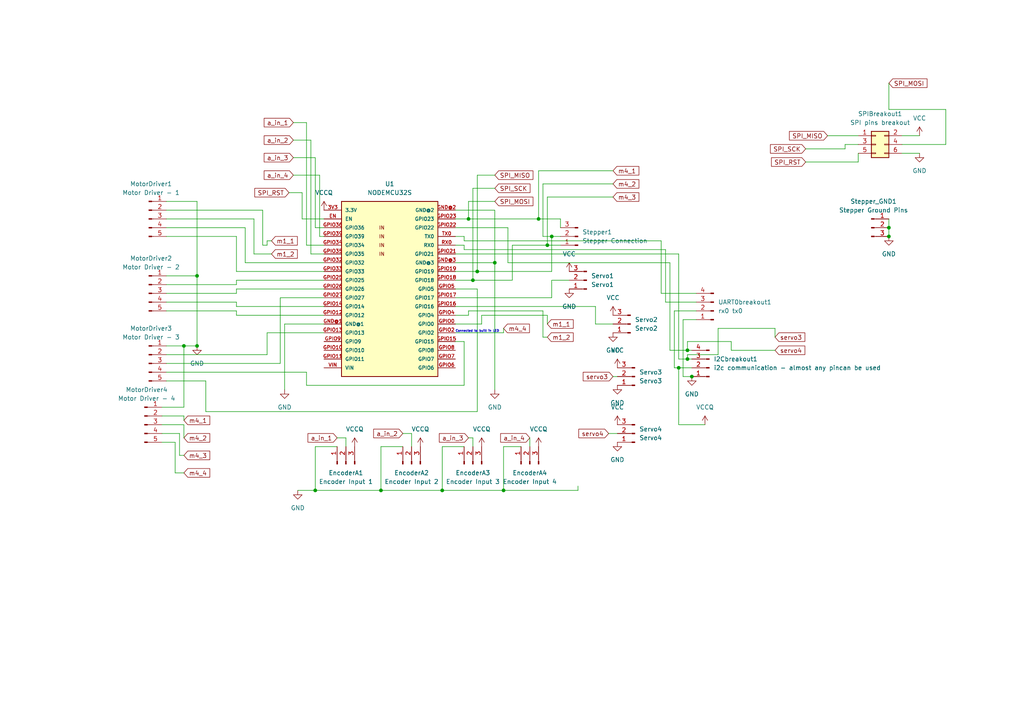
<source format=kicad_sch>
(kicad_sch (version 20230121) (generator eeschema)
  (paper "A4")
  (lib_symbols
    (symbol "Connector:Conn_01x03_Pin" (pin_names (offset 1.016) hide)
      (property "Reference" "J" (at 0 5.08 0))
      (property "Value" "Conn_01x03_Pin" (at 0 -5.08 0))
      (symbol "Conn_01x03_Pin_1_1"
        (polyline (pts (xy 1.27 -2.54) (xy 0.8636 -2.54)) (stroke (width 0.1524)))
        (polyline (pts (xy 1.27 0) (xy 0.8636 0)) (stroke (width 0.1524)))
        (polyline (pts (xy 1.27 2.54) (xy 0.8636 2.54)) (stroke (width 0.1524)))
        (rectangle (start 0.8636 -2.413) (end 0 -2.667) (stroke (width 0.1524)) (fill (type outline)))
        (rectangle (start 0.8636 0.127) (end 0 -0.127) (stroke (width 0.1524)) (fill (type outline)))
        (rectangle (start 0.8636 2.667) (end 0 2.413) (stroke (width 0.1524)) (fill (type outline)))
        (pin passive line (at 5.08 2.54 180) (length 3.81) (name "Pin_1") (number "1"))
        (pin passive line (at 5.08 0 180) (length 3.81) (name "Pin_2") (number "2"))
        (pin passive line (at 5.08 -2.54 180) (length 3.81) (name "Pin_3") (number "3"))
      )
    )
    (symbol "Connector:Conn_01x04_Pin" (pin_names (offset 1.016) hide)
      (property "Reference" "J" (at 0 5.08 0))
      (property "Value" "Conn_01x04_Pin" (at 0 -7.62 0))
      (symbol "Conn_01x04_Pin_1_1"
        (polyline (pts (xy 1.27 -5.08) (xy 0.8636 -5.08)) (stroke (width 0.1524)))
        (polyline (pts (xy 1.27 -2.54) (xy 0.8636 -2.54)) (stroke (width 0.1524)))
        (polyline (pts (xy 1.27 0) (xy 0.8636 0)) (stroke (width 0.1524)))
        (polyline (pts (xy 1.27 2.54) (xy 0.8636 2.54)) (stroke (width 0.1524)))
        (rectangle (start 0.8636 -4.953) (end 0 -5.207) (stroke (width 0.1524)) (fill (type outline)))
        (rectangle (start 0.8636 -2.413) (end 0 -2.667) (stroke (width 0.1524)) (fill (type outline)))
        (rectangle (start 0.8636 0.127) (end 0 -0.127) (stroke (width 0.1524)) (fill (type outline)))
        (rectangle (start 0.8636 2.667) (end 0 2.413) (stroke (width 0.1524)) (fill (type outline)))
        (pin passive line (at 5.08 2.54 180) (length 3.81) (name "Pin_1") (number "1"))
        (pin passive line (at 5.08 0 180) (length 3.81) (name "Pin_2") (number "2"))
        (pin passive line (at 5.08 -2.54 180) (length 3.81) (name "Pin_3") (number "3"))
        (pin passive line (at 5.08 -5.08 180) (length 3.81) (name "Pin_4") (number "4"))
      )
    )
    (symbol "Connector:Conn_01x05_Pin" (pin_names (offset 1.016) hide)
      (property "Reference" "J" (at 0 7.62 0))
      (property "Value" "Conn_01x05_Pin" (at 0 -7.62 0))
      (symbol "Conn_01x05_Pin_1_1"
        (polyline (pts (xy 1.27 -5.08) (xy 0.8636 -5.08)) (stroke (width 0.1524)))
        (polyline (pts (xy 1.27 -2.54) (xy 0.8636 -2.54)) (stroke (width 0.1524)))
        (polyline (pts (xy 1.27 0) (xy 0.8636 0)) (stroke (width 0.1524)))
        (polyline (pts (xy 1.27 2.54) (xy 0.8636 2.54)) (stroke (width 0.1524)))
        (polyline (pts (xy 1.27 5.08) (xy 0.8636 5.08)) (stroke (width 0.1524)))
        (rectangle (start 0.8636 -4.953) (end 0 -5.207) (stroke (width 0.1524)) (fill (type outline)))
        (rectangle (start 0.8636 -2.413) (end 0 -2.667) (stroke (width 0.1524)) (fill (type outline)))
        (rectangle (start 0.8636 0.127) (end 0 -0.127) (stroke (width 0.1524)) (fill (type outline)))
        (rectangle (start 0.8636 2.667) (end 0 2.413) (stroke (width 0.1524)) (fill (type outline)))
        (rectangle (start 0.8636 5.207) (end 0 4.953) (stroke (width 0.1524)) (fill (type outline)))
        (pin passive line (at 5.08 5.08 180) (length 3.81) (name "Pin_1") (number "1"))
        (pin passive line (at 5.08 2.54 180) (length 3.81) (name "Pin_2") (number "2"))
        (pin passive line (at 5.08 0 180) (length 3.81) (name "Pin_3") (number "3"))
        (pin passive line (at 5.08 -2.54 180) (length 3.81) (name "Pin_4") (number "4"))
        (pin passive line (at 5.08 -5.08 180) (length 3.81) (name "Pin_5") (number "5"))
      )
    )
    (symbol "Connector_Generic:Conn_02x03_Odd_Even" (pin_names (offset 1.016) hide)
      (property "Reference" "J" (at 1.27 5.08 0))
      (property "Value" "Conn_02x03_Odd_Even" (at 1.27 -5.08 0))
      (symbol "Conn_02x03_Odd_Even_1_1"
        (rectangle (start -1.27 -2.413) (end 0 -2.667) (stroke (width 0.1524)))
        (rectangle (start -1.27 0.127) (end 0 -0.127) (stroke (width 0.1524)))
        (rectangle (start -1.27 2.667) (end 0 2.413) (stroke (width 0.1524)))
        (rectangle (start -1.27 3.81) (end 3.81 -3.81) (stroke (width 0.254)) (fill (type background)))
        (rectangle (start 3.81 -2.413) (end 2.54 -2.667) (stroke (width 0.1524)))
        (rectangle (start 3.81 0.127) (end 2.54 -0.127) (stroke (width 0.1524)))
        (rectangle (start 3.81 2.667) (end 2.54 2.413) (stroke (width 0.1524)))
        (pin passive line (at -5.08 2.54 0) (length 3.81) (name "Pin_1") (number "1"))
        (pin passive line (at 7.62 2.54 180) (length 3.81) (name "Pin_2") (number "2"))
        (pin passive line (at -5.08 0 0) (length 3.81) (name "Pin_3") (number "3"))
        (pin passive line (at 7.62 0 180) (length 3.81) (name "Pin_4") (number "4"))
        (pin passive line (at -5.08 -2.54 0) (length 3.81) (name "Pin_5") (number "5"))
        (pin passive line (at 7.62 -2.54 180) (length 3.81) (name "Pin_6") (number "6"))
      )
    )
    (symbol "NODEMCU32S:NODEMCU32S" (pin_names (offset 1.016))
      (property "Reference" "U" (at -12.7 22.86 0))
      (property "Value" "NODEMCU32S" (at -12.7 -30.48 0))
      (symbol "NODEMCU32S_0_0"
        (rectangle (start -12.7 -27.94) (end 15.24 22.86) (stroke (width 0.254)) (fill (type background)))
        (text "IN" (at -1.905 7.62 0) (effects (font (size 1.016 1.016)) (justify left)))
        (text "IN" (at -1.905 10.16 0) (effects (font (size 1.016 1.016)) (justify left)))
        (text "IN" (at -1.905 12.7 0) (effects (font (size 1.016 1.016)) (justify left)))
        (text "IN" (at -1.905 15.24 0) (effects (font (size 1.016 1.016)) (justify left)))
        (pin bidirectional line (at -17.78 20.32 0) (length 5.08) (name "3.3V") (number "3V3"))
        (pin bidirectional line (at -17.78 17.78 0) (length 5.08) (name "EN") (number "EN"))
        (pin bidirectional line (at -17.78 -12.7 0) (length 5.08) (name "GND@1") (number "GND@1"))
        (pin bidirectional line (at 20.32 20.32 180) (length 5.08) (name "GND@2") (number "GND@2"))
        (pin bidirectional line (at 20.32 5.08 180) (length 5.08) (name "GND@3") (number "GND@3"))
        (pin bidirectional line (at 20.32 -12.7 180) (length 5.08) (name "GPIO0") (number "GPIO0"))
        (pin bidirectional line (at -17.78 -20.32 0) (length 5.08) (name "GPIO10") (number "GPIO10"))
        (pin bidirectional line (at -17.78 -22.86 0) (length 5.08) (name "GPIO11") (number "GPIO11"))
        (pin bidirectional line (at -17.78 -10.16 0) (length 5.08) (name "GPIO12") (number "GPIO12"))
        (pin bidirectional line (at -17.78 -15.24 0) (length 5.08) (name "GPIO13") (number "GPIO13"))
        (pin bidirectional line (at -17.78 -7.62 0) (length 5.08) (name "GPIO14") (number "GPIO14"))
        (pin bidirectional line (at 20.32 -17.78 180) (length 5.08) (name "GPIO15") (number "GPIO15"))
        (pin bidirectional line (at 20.32 -7.62 180) (length 5.08) (name "GPIO16") (number "GPIO16"))
        (pin bidirectional line (at 20.32 -5.08 180) (length 5.08) (name "GPIO17") (number "GPIO17"))
        (pin bidirectional line (at 20.32 0 180) (length 5.08) (name "GPIO18") (number "GPIO18"))
        (pin bidirectional line (at 20.32 2.54 180) (length 5.08) (name "GPIO19") (number "GPIO19"))
        (pin bidirectional line (at 20.32 -15.24 180) (length 5.08) (name "GPIO2") (number "GPIO2"))
        (pin bidirectional line (at 20.32 7.62 180) (length 5.08) (name "GPIO21") (number "GPIO21"))
        (pin bidirectional line (at 20.32 15.24 180) (length 5.08) (name "GPIO22") (number "GPIO22"))
        (pin bidirectional line (at 20.32 17.78 180) (length 5.08) (name "GPIO23") (number "GPIO23"))
        (pin bidirectional line (at -17.78 0 0) (length 5.08) (name "GPIO25") (number "GPIO25"))
        (pin bidirectional line (at -17.78 -2.54 0) (length 5.08) (name "GPIO26") (number "GPIO26"))
        (pin bidirectional line (at -17.78 -5.08 0) (length 5.08) (name "GPIO27") (number "GPIO27"))
        (pin bidirectional line (at -17.78 5.08 0) (length 5.08) (name "GPIO32") (number "GPIO32"))
        (pin bidirectional line (at -17.78 2.54 0) (length 5.08) (name "GPIO33") (number "GPIO33"))
        (pin input line (at -17.78 10.16 0) (length 5.08) (name "GPIO34") (number "GPIO34"))
        (pin input line (at -17.78 7.62 0) (length 5.08) (name "GPIO35") (number "GPIO35"))
        (pin input line (at -17.78 15.24 0) (length 5.08) (name "GPIO36") (number "GPIO36"))
        (pin input line (at -17.78 12.7 0) (length 5.08) (name "GPIO39") (number "GPIO39"))
        (pin bidirectional line (at 20.32 -10.16 180) (length 5.08) (name "GPIO4") (number "GPIO4"))
        (pin bidirectional line (at 20.32 -2.54 180) (length 5.08) (name "GPIO5") (number "GPIO5"))
        (pin bidirectional line (at 20.32 -25.4 180) (length 5.08) (name "GPIO6") (number "GPIO6"))
        (pin bidirectional line (at 20.32 -22.86 180) (length 5.08) (name "GPIO7") (number "GPIO7"))
        (pin bidirectional line (at 20.32 -20.32 180) (length 5.08) (name "GPIO8") (number "GPIO8"))
        (pin bidirectional line (at -17.78 -17.78 0) (length 5.08) (name "GPIO9") (number "GPIO9"))
        (pin bidirectional line (at 20.32 10.16 180) (length 5.08) (name "RX0") (number "RX0"))
        (pin bidirectional line (at 20.32 12.7 180) (length 5.08) (name "TX0") (number "TX0"))
        (pin bidirectional line (at -17.78 -25.4 0) (length 5.08) (name "VIN") (number "VIN"))
      )
    )
    (symbol "power:GND" (power) (pin_names (offset 0))
      (property "Value" "GND" (at 0 -3.81 0))
      (symbol "GND_0_1"
        (polyline (pts (xy 0 0) (xy 0 -1.27) (xy 1.27 -1.27) (xy 0 -2.54) (xy -1.27 -1.27) (xy 0 -1.27)))
      )
      (symbol "GND_1_1"
        (pin power_in line (at 0 0 270) (length 0) hide (name "GND") (number "1"))
      )
    )
    (symbol "power:VCC" (power) (pin_names (offset 0))
      (property "Value" "VCC" (at 0 3.81 0))
      (symbol "VCC_0_1"
        (polyline (pts (xy -0.762 1.27) (xy 0 2.54)))
        (polyline (pts (xy 0 0) (xy 0 2.54)))
        (polyline (pts (xy 0 2.54) (xy 0.762 1.27)))
      )
      (symbol "VCC_1_1"
        (pin power_in line (at 0 0 90) (length 0) hide (name "VCC") (number "1"))
      )
    )
    (symbol "power:VCCQ" (power) (pin_names (offset 0))
      (property "Value" "VCCQ" (at 0 3.81 0))
      (symbol "VCCQ_0_1"
        (polyline (pts (xy -0.762 1.27) (xy 0 2.54)))
        (polyline (pts (xy 0 0) (xy 0 2.54)))
        (polyline (pts (xy 0 2.54) (xy 0.762 1.27)))
      )
      (symbol "VCCQ_1_1"
        (pin power_in line (at 0 0 90) (length 0) hide (name "VCCQ") (number "1"))
      )
    )
  )
  (junction (at 196.85 106.68))
  (junction (at 200.66 109.22))
  (junction (at 158.75 71.12))
  (junction (at 53.34 100.33))
  (junction (at 257.81 66.04))
  (junction (at 91.44 142.24))
  (junction (at 257.81 68.58))
  (junction (at 143.51 76.2))
  (junction (at 137.16 81.28))
  (junction (at 156.21 63.5))
  (junction (at 57.15 100.33))
  (junction (at 160.02 68.58))
  (junction (at 138.43 78.74))
  (junction (at 146.05 142.24))
  (junction (at 199.39 101.6))
  (junction (at 110.49 142.24))
  (junction (at 135.89 63.5))
  (junction (at 128.27 142.24))
  (junction (at 57.15 80.01))
  (junction (at 199.39 104.14))
  (wire (pts (xy 261.62 39.37) (xy 266.7 39.37)))
  (wire (pts (xy 59.69 119.38) (xy 59.69 110.49)))
  (wire (pts (xy 90.17 73.66) (xy 93.98 73.66)))
  (wire (pts (xy 50.8 137.16) (xy 53.34 137.16)))
  (wire (pts (xy 85.09 45.72) (xy 91.44 45.72)))
  (wire (pts (xy 116.84 129.54) (xy 110.49 129.54)))
  (wire (pts (xy 48.26 58.42) (xy 57.15 58.42)))
  (wire (pts (xy 143.51 50.8) (xy 138.43 50.8)))
  (wire (pts (xy 132.08 88.9) (xy 172.72 88.9)))
  (wire (pts (xy 100.33 127) (xy 100.33 129.54)))
  (wire (pts (xy 52.07 132.08) (xy 53.34 132.08)))
  (wire (pts (xy 158.75 57.15) (xy 158.75 71.12)))
  (wire (pts (xy 198.12 92.71) (xy 198.12 109.22)))
  (wire (pts (xy 68.58 90.17) (xy 48.26 90.17)))
  (wire (pts (xy 195.58 90.17) (xy 195.58 106.68)))
  (wire (pts (xy 135.89 127) (xy 137.16 127)))
  (wire (pts (xy 46.99 120.65) (xy 53.34 120.65)))
  (wire (pts (xy 93.98 78.74) (xy 68.58 78.74)))
  (wire (pts (xy 87.63 63.5) (xy 93.98 63.5)))
  (wire (pts (xy 128.27 142.24) (xy 146.05 142.24)))
  (wire (pts (xy 68.58 88.9) (xy 68.58 87.63)))
  (wire (pts (xy 135.89 63.5) (xy 156.21 63.5)))
  (wire (pts (xy 199.39 102.87) (xy 199.39 104.14)))
  (wire (pts (xy 158.75 71.12) (xy 148.59 71.12)))
  (wire (pts (xy 194.31 101.6) (xy 194.31 76.2)))
  (wire (pts (xy 245.11 43.18) (xy 245.11 41.91)))
  (wire (pts (xy 88.9 35.56) (xy 88.9 71.12)))
  (wire (pts (xy 53.34 118.11) (xy 53.34 100.33)))
  (wire (pts (xy 71.12 76.2) (xy 93.98 76.2)))
  (wire (pts (xy 160.02 68.58) (xy 162.56 68.58)))
  (wire (pts (xy 274.32 41.91) (xy 261.62 41.91)))
  (wire (pts (xy 91.44 45.72) (xy 91.44 66.04)))
  (wire (pts (xy 177.8 49.53) (xy 156.21 49.53)))
  (wire (pts (xy 77.47 96.52) (xy 93.98 96.52)))
  (wire (pts (xy 46.99 123.19) (xy 53.34 123.19)))
  (wire (pts (xy 172.72 93.98) (xy 177.8 93.98)))
  (wire (pts (xy 83.82 55.88) (xy 87.63 55.88)))
  (wire (pts (xy 153.67 127) (xy 153.67 129.54)))
  (wire (pts (xy 57.15 80.01) (xy 57.15 100.33)))
  (wire (pts (xy 77.47 102.87) (xy 77.47 96.52)))
  (wire (pts (xy 93.98 91.44) (xy 68.58 91.44)))
  (wire (pts (xy 132.08 86.36) (xy 160.02 86.36)))
  (wire (pts (xy 68.58 87.63) (xy 48.26 87.63)))
  (wire (pts (xy 91.44 66.04) (xy 93.98 66.04)))
  (wire (pts (xy 158.75 91.44) (xy 158.75 93.98)))
  (wire (pts (xy 76.2 71.12) (xy 77.47 71.12)))
  (wire (pts (xy 245.11 41.91) (xy 248.92 41.91)))
  (wire (pts (xy 73.66 73.66) (xy 73.66 63.5)))
  (wire (pts (xy 132.08 63.5) (xy 135.89 63.5)))
  (wire (pts (xy 191.77 69.85) (xy 134.62 69.85)))
  (wire (pts (xy 132.08 78.74) (xy 138.43 78.74)))
  (wire (pts (xy 73.66 63.5) (xy 48.26 63.5)))
  (wire (pts (xy 135.89 91.44) (xy 135.89 90.17)))
  (wire (pts (xy 201.93 87.63) (xy 193.04 87.63)))
  (wire (pts (xy 160.02 81.28) (xy 165.1 81.28)))
  (wire (pts (xy 50.8 128.27) (xy 50.8 137.16)))
  (wire (pts (xy 274.32 31.75) (xy 274.32 41.91)))
  (wire (pts (xy 53.34 120.65) (xy 53.34 121.92)))
  (wire (pts (xy 132.08 81.28) (xy 137.16 81.28)))
  (wire (pts (xy 53.34 123.19) (xy 53.34 127)))
  (wire (pts (xy 81.28 86.36) (xy 93.98 86.36)))
  (wire (pts (xy 134.62 69.85) (xy 134.62 68.58)))
  (wire (pts (xy 156.21 49.53) (xy 156.21 63.5)))
  (wire (pts (xy 160.02 86.36) (xy 160.02 81.28)))
  (wire (pts (xy 88.9 71.12) (xy 93.98 71.12)))
  (wire (pts (xy 196.85 73.66) (xy 196.85 104.14)))
  (wire (pts (xy 132.08 76.2) (xy 143.51 76.2)))
  (wire (pts (xy 48.26 105.41) (xy 81.28 105.41)))
  (wire (pts (xy 116.84 125.73) (xy 119.38 125.73)))
  (wire (pts (xy 73.66 73.66) (xy 78.74 73.66)))
  (wire (pts (xy 177.8 109.22) (xy 179.07 109.22)))
  (wire (pts (xy 119.38 125.73) (xy 119.38 129.54)))
  (wire (pts (xy 90.17 40.64) (xy 90.17 73.66)))
  (wire (pts (xy 132.08 96.52) (xy 146.05 96.52)))
  (wire (pts (xy 93.98 83.82) (xy 68.58 83.82)))
  (wire (pts (xy 199.39 104.14) (xy 200.66 104.14)))
  (wire (pts (xy 157.48 68.58) (xy 160.02 68.58)))
  (wire (pts (xy 212.09 99.06) (xy 199.39 99.06)))
  (wire (pts (xy 177.8 53.34) (xy 157.48 53.34)))
  (wire (pts (xy 97.79 127) (xy 100.33 127)))
  (wire (pts (xy 257.81 63.5) (xy 257.81 66.04)))
  (wire (pts (xy 224.79 97.79) (xy 224.79 95.25)))
  (wire (pts (xy 85.09 50.8) (xy 92.71 50.8)))
  (wire (pts (xy 57.15 58.42) (xy 57.15 80.01)))
  (wire (pts (xy 257.81 31.75) (xy 274.32 31.75)))
  (wire (pts (xy 81.28 105.41) (xy 81.28 86.36)))
  (wire (pts (xy 194.31 76.2) (xy 147.32 76.2)))
  (wire (pts (xy 68.58 81.28) (xy 93.98 81.28)))
  (wire (pts (xy 48.26 107.95) (xy 88.9 107.95)))
  (wire (pts (xy 68.58 83.82) (xy 68.58 85.09)))
  (wire (pts (xy 139.7 91.44) (xy 158.75 91.44)))
  (wire (pts (xy 71.12 66.04) (xy 71.12 76.2)))
  (wire (pts (xy 146.05 142.24) (xy 167.64 142.24)))
  (wire (pts (xy 137.16 127) (xy 137.16 129.54)))
  (wire (pts (xy 233.68 43.18) (xy 245.11 43.18)))
  (wire (pts (xy 248.92 46.99) (xy 248.92 44.45)))
  (wire (pts (xy 88.9 111.76) (xy 134.62 111.76)))
  (wire (pts (xy 193.04 87.63) (xy 193.04 72.39)))
  (wire (pts (xy 92.71 68.58) (xy 93.98 68.58)))
  (wire (pts (xy 97.79 129.54) (xy 91.44 129.54)))
  (wire (pts (xy 143.51 60.96) (xy 143.51 76.2)))
  (wire (pts (xy 160.02 78.74) (xy 160.02 68.58)))
  (wire (pts (xy 148.59 71.12) (xy 148.59 81.28)))
  (wire (pts (xy 134.62 68.58) (xy 132.08 68.58)))
  (wire (pts (xy 48.26 82.55) (xy 68.58 82.55)))
  (wire (pts (xy 172.72 88.9) (xy 172.72 93.98)))
  (wire (pts (xy 233.68 46.99) (xy 248.92 46.99)))
  (wire (pts (xy 193.04 72.39) (xy 134.62 72.39)))
  (wire (pts (xy 143.51 54.61) (xy 137.16 54.61)))
  (wire (pts (xy 196.85 106.68) (xy 200.66 106.68)))
  (wire (pts (xy 82.55 93.98) (xy 93.98 93.98)))
  (wire (pts (xy 48.26 60.96) (xy 76.2 60.96)))
  (wire (pts (xy 167.64 140.97) (xy 167.64 142.24)))
  (wire (pts (xy 139.7 93.98) (xy 139.7 91.44)))
  (wire (pts (xy 240.03 39.37) (xy 248.92 39.37)))
  (wire (pts (xy 162.56 63.5) (xy 162.56 66.04)))
  (wire (pts (xy 201.93 90.17) (xy 195.58 90.17)))
  (wire (pts (xy 199.39 101.6) (xy 194.31 101.6)))
  (wire (pts (xy 261.62 44.45) (xy 266.7 44.45)))
  (wire (pts (xy 68.58 85.09) (xy 48.26 85.09)))
  (wire (pts (xy 134.62 71.12) (xy 132.08 71.12)))
  (wire (pts (xy 191.77 85.09) (xy 191.77 69.85)))
  (wire (pts (xy 48.26 100.33) (xy 53.34 100.33)))
  (wire (pts (xy 134.62 129.54) (xy 128.27 129.54)))
  (wire (pts (xy 132.08 83.82) (xy 138.43 83.82)))
  (wire (pts (xy 135.89 58.42) (xy 135.89 63.5)))
  (wire (pts (xy 132.08 73.66) (xy 196.85 73.66)))
  (wire (pts (xy 87.63 55.88) (xy 87.63 63.5)))
  (wire (pts (xy 201.93 85.09) (xy 191.77 85.09)))
  (wire (pts (xy 91.44 129.54) (xy 91.44 142.24)))
  (wire (pts (xy 59.69 110.49) (xy 48.26 110.49)))
  (wire (pts (xy 46.99 118.11) (xy 53.34 118.11)))
  (wire (pts (xy 77.47 69.85) (xy 78.74 69.85)))
  (wire (pts (xy 86.36 142.24) (xy 91.44 142.24)))
  (wire (pts (xy 48.26 80.01) (xy 57.15 80.01)))
  (wire (pts (xy 48.26 66.04) (xy 71.12 66.04)))
  (wire (pts (xy 157.48 97.79) (xy 158.75 97.79)))
  (wire (pts (xy 143.51 76.2) (xy 143.51 113.03)))
  (wire (pts (xy 138.43 50.8) (xy 138.43 78.74)))
  (wire (pts (xy 82.55 113.03) (xy 82.55 93.98)))
  (wire (pts (xy 132.08 93.98) (xy 139.7 93.98)))
  (wire (pts (xy 48.26 102.87) (xy 77.47 102.87)))
  (wire (pts (xy 76.2 60.96) (xy 76.2 71.12)))
  (wire (pts (xy 257.81 24.13) (xy 257.81 31.75)))
  (wire (pts (xy 138.43 78.74) (xy 160.02 78.74)))
  (wire (pts (xy 147.32 76.2) (xy 147.32 66.04)))
  (wire (pts (xy 204.47 123.19) (xy 196.85 123.19)))
  (wire (pts (xy 143.51 58.42) (xy 135.89 58.42)))
  (wire (pts (xy 199.39 99.06) (xy 199.39 101.6)))
  (wire (pts (xy 208.28 102.87) (xy 199.39 102.87)))
  (wire (pts (xy 68.58 82.55) (xy 68.58 81.28)))
  (wire (pts (xy 88.9 107.95) (xy 88.9 111.76)))
  (wire (pts (xy 68.58 91.44) (xy 68.58 90.17)))
  (wire (pts (xy 147.32 66.04) (xy 132.08 66.04)))
  (wire (pts (xy 110.49 129.54) (xy 110.49 142.24)))
  (wire (pts (xy 91.44 142.24) (xy 110.49 142.24)))
  (wire (pts (xy 224.79 95.25) (xy 208.28 95.25)))
  (wire (pts (xy 201.93 92.71) (xy 198.12 92.71)))
  (wire (pts (xy 148.59 81.28) (xy 137.16 81.28)))
  (wire (pts (xy 156.21 63.5) (xy 162.56 63.5)))
  (wire (pts (xy 92.71 50.8) (xy 92.71 68.58)))
  (wire (pts (xy 138.43 119.38) (xy 59.69 119.38)))
  (wire (pts (xy 198.12 109.22) (xy 200.66 109.22)))
  (wire (pts (xy 110.49 142.24) (xy 128.27 142.24)))
  (wire (pts (xy 68.58 68.58) (xy 48.26 68.58)))
  (wire (pts (xy 200.66 101.6) (xy 199.39 101.6)))
  (wire (pts (xy 212.09 101.6) (xy 212.09 99.06)))
  (wire (pts (xy 53.34 100.33) (xy 57.15 100.33)))
  (wire (pts (xy 85.09 35.56) (xy 88.9 35.56)))
  (wire (pts (xy 93.98 88.9) (xy 68.58 88.9)))
  (wire (pts (xy 132.08 91.44) (xy 135.89 91.44)))
  (wire (pts (xy 46.99 128.27) (xy 50.8 128.27)))
  (wire (pts (xy 85.09 40.64) (xy 90.17 40.64)))
  (wire (pts (xy 68.58 78.74) (xy 68.58 68.58)))
  (wire (pts (xy 52.07 125.73) (xy 52.07 132.08)))
  (wire (pts (xy 196.85 123.19) (xy 196.85 106.68)))
  (wire (pts (xy 162.56 71.12) (xy 158.75 71.12)))
  (wire (pts (xy 77.47 71.12) (xy 77.47 69.85)))
  (wire (pts (xy 135.89 90.17) (xy 157.48 90.17)))
  (wire (pts (xy 157.48 53.34) (xy 157.48 68.58)))
  (wire (pts (xy 146.05 96.52) (xy 146.05 95.25)))
  (wire (pts (xy 157.48 90.17) (xy 157.48 97.79)))
  (wire (pts (xy 151.13 129.54) (xy 146.05 129.54)))
  (wire (pts (xy 128.27 129.54) (xy 128.27 142.24)))
  (wire (pts (xy 195.58 106.68) (xy 196.85 106.68)))
  (wire (pts (xy 176.53 125.73) (xy 179.07 125.73)))
  (wire (pts (xy 208.28 95.25) (xy 208.28 102.87)))
  (wire (pts (xy 146.05 129.54) (xy 146.05 142.24)))
  (wire (pts (xy 46.99 125.73) (xy 52.07 125.73)))
  (wire (pts (xy 134.62 72.39) (xy 134.62 71.12)))
  (wire (pts (xy 134.62 99.06) (xy 132.08 99.06)))
  (wire (pts (xy 224.79 101.6) (xy 212.09 101.6)))
  (wire (pts (xy 177.8 57.15) (xy 158.75 57.15)))
  (wire (pts (xy 134.62 111.76) (xy 134.62 99.06)))
  (wire (pts (xy 132.08 60.96) (xy 143.51 60.96)))
  (wire (pts (xy 196.85 104.14) (xy 199.39 104.14)))
  (wire (pts (xy 257.81 66.04) (xy 257.81 68.58)))
  (wire (pts (xy 138.43 83.82) (xy 138.43 119.38)))
  (wire (pts (xy 137.16 54.61) (xy 137.16 81.28)))
  (text "Connected to built in LED\n" (at 132.08 96.52 0) (effects (font (size 0.635 0.635)) (justify left bottom)))
  (global_label "servo4" (shape input) (at 224.79 101.6 0) (property "Intersheetrefs" "${INTERSHEET_REFS}" (effects hide)))
  (global_label "a_in_3" (shape input) (at 85.09 45.72 180) (property "Intersheetrefs" "${INTERSHEET_REFS}" (effects hide)))
  (global_label "m4_3" (shape input) (at 177.8 57.15 0) (property "Intersheetrefs" "${INTERSHEET_REFS}" (effects hide)))
  (global_label "m1_2" (shape input) (at 158.75 97.79 0) (property "Intersheetrefs" "${INTERSHEET_REFS}" (effects hide)))
  (global_label "a_in_1" (shape input) (at 97.79 127 180) (property "Intersheetrefs" "${INTERSHEET_REFS}" (effects hide)))
  (global_label "SPI_SCK" (shape input) (at 233.68 43.18 180) (property "Intersheetrefs" "${INTERSHEET_REFS}" (effects hide)))
  (global_label "m4_1" (shape input) (at 177.8 49.53 0) (property "Intersheetrefs" "${INTERSHEET_REFS}" (effects hide)))
  (global_label "m1_2" (shape input) (at 78.74 73.66 0) (property "Intersheetrefs" "${INTERSHEET_REFS}" (effects hide)))
  (global_label "SPI_RST" (shape input) (at 233.68 46.99 180) (property "Intersheetrefs" "${INTERSHEET_REFS}" (effects hide)))
  (global_label "a_in_2" (shape input) (at 85.09 40.64 180) (property "Intersheetrefs" "${INTERSHEET_REFS}" (effects hide)))
  (global_label "SPI_MOSI" (shape input) (at 143.51 58.42 0) (property "Intersheetrefs" "${INTERSHEET_REFS}" (effects hide)))
  (global_label "m4_4" (shape input) (at 146.05 95.25 0) (property "Intersheetrefs" "${INTERSHEET_REFS}" (effects hide)))
  (global_label "SPI_RST" (shape input) (at 83.82 55.88 180) (property "Intersheetrefs" "${INTERSHEET_REFS}" (effects hide)))
  (global_label "a_in_1" (shape input) (at 85.09 35.56 180) (property "Intersheetrefs" "${INTERSHEET_REFS}" (effects hide)))
  (global_label "SPI_MISO" (shape input) (at 143.51 50.8 0) (property "Intersheetrefs" "${INTERSHEET_REFS}" (effects hide)))
  (global_label "servo3" (shape input) (at 177.8 109.22 180) (property "Intersheetrefs" "${INTERSHEET_REFS}" (effects hide)))
  (global_label "servo3" (shape input) (at 224.79 97.79 0) (property "Intersheetrefs" "${INTERSHEET_REFS}" (effects hide)))
  (global_label "m1_1" (shape input) (at 158.75 93.98 0) (property "Intersheetrefs" "${INTERSHEET_REFS}" (effects hide)))
  (global_label "m4_2" (shape input) (at 53.34 127 0) (property "Intersheetrefs" "${INTERSHEET_REFS}" (effects hide)))
  (global_label "m4_1" (shape input) (at 53.34 121.92 0) (property "Intersheetrefs" "${INTERSHEET_REFS}" (effects hide)))
  (global_label "SPI_MISO" (shape input) (at 240.03 39.37 180) (property "Intersheetrefs" "${INTERSHEET_REFS}" (effects hide)))
  (global_label "a_in_4" (shape input) (at 85.09 50.8 180) (property "Intersheetrefs" "${INTERSHEET_REFS}" (effects hide)))
  (global_label "m4_4" (shape input) (at 53.34 137.16 0) (property "Intersheetrefs" "${INTERSHEET_REFS}" (effects hide)))
  (global_label "SPI_MOSI" (shape input) (at 257.81 24.13 0) (property "Intersheetrefs" "${INTERSHEET_REFS}" (effects hide)))
  (global_label "a_in_2" (shape input) (at 116.84 125.73 180) (property "Intersheetrefs" "${INTERSHEET_REFS}" (effects hide)))
  (global_label "servo4" (shape input) (at 176.53 125.73 180) (property "Intersheetrefs" "${INTERSHEET_REFS}" (effects hide)))
  (global_label "m4_2" (shape input) (at 177.8 53.34 0) (property "Intersheetrefs" "${INTERSHEET_REFS}" (effects hide)))
  (global_label "m4_3" (shape input) (at 53.34 132.08 0) (property "Intersheetrefs" "${INTERSHEET_REFS}" (effects hide)))
  (global_label "a_in_3" (shape input) (at 135.89 127 180) (property "Intersheetrefs" "${INTERSHEET_REFS}" (effects hide)))
  (global_label "SPI_SCK" (shape input) (at 143.51 54.61 0) (property "Intersheetrefs" "${INTERSHEET_REFS}" (effects hide)))
  (global_label "m1_1" (shape input) (at 78.74 69.85 0) (property "Intersheetrefs" "${INTERSHEET_REFS}" (effects hide)))
  (global_label "a_in_4" (shape input) (at 153.67 127 180) (property "Intersheetrefs" "${INTERSHEET_REFS}" (effects hide)))
  (symbol (lib_id "power:VCC") (at 266.7 39.37 0) (unit 1)
    (property "Reference" "#PWR022" (effects hide))
    (property "Value" "VCC" (at 266.7 34.29 0))
  )
  (symbol (lib_id "power:GND") (at 179.07 111.76 0) (unit 1)
    (property "Reference" "#PWR016" (effects hide))
    (property "Value" "GND" (at 179.07 116.84 0))
  )
  (symbol (lib_id "power:GND") (at 86.36 142.24 0) (unit 1)
    (property "Reference" "#PWR09" (effects hide))
    (property "Value" "GND" (at 86.36 147.32 0))
  )
  (symbol (lib_id "power:VCCQ") (at 156.21 129.54 0) (unit 1)
    (property "Reference" "#PWR014" (effects hide))
    (property "Value" "VCCQ" (at 156.21 124.46 0))
  )
  (symbol (lib_id "power:VCCQ") (at 121.92 129.54 0) (unit 1)
    (property "Reference" "#PWR012" (effects hide))
    (property "Value" "VCCQ" (at 121.92 124.46 0))
  )
  (symbol (lib_id "power:GND") (at 266.7 44.45 0) (unit 1)
    (property "Reference" "#PWR021" (effects hide))
    (property "Value" "GND" (at 266.7 49.53 0))
  )
  (symbol (lib_id "power:VCCQ") (at 102.87 129.54 0) (unit 1)
    (property "Reference" "#PWR011" (effects hide))
    (property "Value" "VCCQ" (at 102.87 124.46 0))
  )
  (symbol (lib_id "power:GND") (at 177.8 96.52 0) (unit 1)
    (property "Reference" "#PWR08" (effects hide))
    (property "Value" "GND" (at 177.8 101.6 0))
  )
  (symbol (lib_id "Connector:Conn_01x03_Pin") (at 182.88 93.98 180) (unit 1)
    (property "Reference" "Servo2" (at 184.15 92.71 0) (effects (justify right)))
    (property "Value" "Servo2" (at 184.15 95.25 0) (effects (justify right)))
    (property "Footprint" "Connector_JST:JST_XA_B03B-XASK-1-A_1x03_P2.50mm_Vertical" (effects hide))
  )
  (symbol (lib_id "Connector:Conn_01x05_Pin") (at 43.18 85.09 0) (unit 1)
    (property "Reference" "MotorDriver2" (at 43.815 74.93 0))
    (property "Value" "Motor Driver - 2" (at 43.815 77.47 0))
    (property "Footprint" "Connector_JST:JST_XA_B05B-XASK-1-A_1x05_P2.50mm_Vertical" (effects hide))
  )
  (symbol (lib_id "power:VCCQ") (at 93.98 60.96 0) (unit 1)
    (property "Reference" "#PWR010" (effects hide))
    (property "Value" "VCCQ" (at 93.98 55.88 0))
  )
  (symbol (lib_id "power:VCCQ") (at 204.47 123.19 0) (unit 1)
    (property "Reference" "#PWR020" (effects hide))
    (property "Value" "VCCQ" (at 204.47 118.11 0))
  )
  (symbol (lib_id "power:VCCQ") (at 139.7 129.54 0) (unit 1)
    (property "Reference" "#PWR013" (effects hide))
    (property "Value" "VCCQ" (at 139.7 124.46 0))
  )
  (symbol (lib_id "Connector:Conn_01x03_Pin") (at 170.18 81.28 180) (unit 1)
    (property "Reference" "Servo1" (at 171.45 80.01 0) (effects (justify right)))
    (property "Value" "Servo1" (at 171.45 82.55 0) (effects (justify right)))
    (property "Footprint" "Connector_JST:JST_XA_B03B-XASK-1-A_1x03_P2.50mm_Vertical" (effects hide))
  )
  (symbol (lib_id "power:GND") (at 165.1 83.82 0) (unit 1)
    (property "Reference" "#PWR05" (effects hide))
    (property "Value" "GND" (at 165.1 88.9 0))
  )
  (symbol (lib_id "Connector:Conn_01x04_Pin") (at 207.01 90.17 180) (unit 1)
    (property "Reference" "UART0breakout1" (at 208.28 87.63 0) (effects (justify right)))
    (property "Value" "rx0 tx0 " (at 208.28 90.17 0) (effects (justify right)))
    (property "Footprint" "Connector_JST:JST_XA_B04B-XASK-1-A_1x04_P2.50mm_Vertical" (effects hide))
  )
  (symbol (lib_id "Connector:Conn_01x03_Pin") (at 167.64 68.58 180) (unit 1)
    (property "Reference" "Stepper1" (at 168.91 67.31 0) (effects (justify right)))
    (property "Value" "Stepper Connection" (at 168.91 69.85 0) (effects (justify right)))
    (property "Footprint" "Connector_JST:JST_XA_B03B-XASK-1-A_1x03_P2.50mm_Vertical" (effects hide))
  )
  (symbol (lib_id "Connector:Conn_01x03_Pin") (at 252.73 66.04 0) (unit 1)
    (property "Reference" "Stepper_GND1" (at 253.365 58.42 0))
    (property "Value" "Stepper Ground Pins" (at 253.365 60.96 0))
    (property "Footprint" "Connector_JST:JST_XA_B03B-XASK-1-A_1x03_P2.50mm_Vertical" (effects hide))
  )
  (symbol (lib_id "Connector_Generic:Conn_02x03_Odd_Even") (at 254 41.91 0) (unit 1)
    (property "Reference" "SPIBreakout1" (at 255.27 33.02 0))
    (property "Value" "SPI pins breakout" (at 255.27 35.56 0))
    (property "Footprint" "Connector_PinHeader_2.54mm:PinHeader_2x03_P2.54mm_Vertical" (effects hide))
  )
  (symbol (lib_id "Connector:Conn_01x03_Pin") (at 100.33 134.62 90) (unit 1)
    (property "Reference" "EncoderA1" (at 100.33 137.16 90))
    (property "Value" "Encoder Input 1" (at 100.33 139.7 90))
    (property "Footprint" "Connector_JST:JST_XA_B03B-XASK-1-A_1x03_P2.50mm_Vertical" (effects hide))
  )
  (symbol (lib_id "power:GND") (at 143.51 113.03 0) (unit 1)
    (property "Reference" "#PWR03" (effects hide))
    (property "Value" "GND" (at 143.51 118.11 0))
  )
  (symbol (lib_id "power:GND") (at 200.66 109.22 0) (unit 1)
    (property "Reference" "#PWR019" (effects hide))
    (property "Value" "GND" (at 200.66 114.3 0))
  )
  (symbol (lib_id "power:GND") (at 57.15 100.33 0) (unit 1)
    (property "Reference" "#PWR02" (effects hide))
    (property "Value" "GND" (at 57.15 105.41 0))
  )
  (symbol (lib_id "power:GND") (at 257.81 68.58 0) (unit 1)
    (property "Reference" "#PWR04" (effects hide))
    (property "Value" "GND" (at 257.81 73.66 0))
  )
  (symbol (lib_id "Connector:Conn_01x05_Pin") (at 43.18 105.41 0) (unit 1)
    (property "Reference" "MotorDriver3" (at 43.815 95.25 0))
    (property "Value" "Motor Driver - 3" (at 43.815 97.79 0))
    (property "Footprint" "Connector_JST:JST_XA_B05B-XASK-1-A_1x05_P2.50mm_Vertical" (effects hide))
  )
  (symbol (lib_id "power:VCC") (at 177.8 91.44 0) (unit 1)
    (property "Reference" "#PWR07" (effects hide))
    (property "Value" "VCC" (at 177.8 86.36 0))
  )
  (symbol (lib_id "power:GND") (at 82.55 113.03 0) (unit 1)
    (property "Reference" "#PWR01" (effects hide))
    (property "Value" "GND" (at 82.55 118.11 0))
  )
  (symbol (lib_id "NODEMCU32S:NODEMCU32S") (at 111.76 81.28 0) (unit 1)
    (property "Reference" "U1" (at 113.03 53.34 0))
    (property "Value" "NODEMCU32S" (at 113.03 55.88 0))
    (property "Footprint" "NODEMCU32S:NODEMCU32S" (effects hide))
    (property "MF" "AI-Thinker" (effects hide))
    (property "Description" "\nWIFI MODULE V1\n" (effects hide))
    (property "Package" "Package" (effects hide))
    (property "Price" "None" (effects hide))
    (property "SnapEDA_Link" "https://www.snapeda.com/parts/NODEMCU-32S/AI-Thinker/view-part/?ref=snap" (effects hide))
    (property "MP" "NODEMCU-32S" (effects hide))
    (property "Availability" "Not in stock" (effects hide))
    (property "Check_prices" "https://www.snapeda.com/parts/NODEMCU-32S/AI-Thinker/view-part/?ref=eda" (effects hide))
  )
  (symbol (lib_id "Connector:Conn_01x03_Pin") (at 137.16 134.62 90) (unit 1)
    (property "Reference" "EncoderA3" (at 137.16 137.16 90))
    (property "Value" "Encoder Input 3" (at 137.16 139.7 90))
    (property "Footprint" "Connector_JST:JST_XA_B03B-XASK-1-A_1x03_P2.50mm_Vertical" (effects hide))
  )
  (symbol (lib_id "Connector:Conn_01x03_Pin") (at 119.38 134.62 90) (unit 1)
    (property "Reference" "EncoderA2" (at 119.38 137.16 90))
    (property "Value" "Encoder Input 2" (at 119.38 139.7 90))
    (property "Footprint" "Connector_JST:JST_XA_B03B-XASK-1-A_1x03_P2.50mm_Vertical" (effects hide))
  )
  (symbol (lib_id "power:VCC") (at 165.1 78.74 0) (unit 1)
    (property "Reference" "#PWR06" (effects hide))
    (property "Value" "VCC" (at 165.1 73.66 0))
  )
  (symbol (lib_id "power:VCC") (at 179.07 123.19 0) (unit 1)
    (property "Reference" "#PWR017" (effects hide))
    (property "Value" "VCC" (at 179.07 118.11 0))
  )
  (symbol (lib_id "Connector:Conn_01x03_Pin") (at 184.15 125.73 180) (unit 1)
    (property "Reference" "Servo4" (at 185.42 124.46 0) (effects (justify right)))
    (property "Value" "Servo4" (at 185.42 127 0) (effects (justify right)))
    (property "Footprint" "Connector_JST:JST_XA_B03B-XASK-1-A_1x03_P2.50mm_Vertical" (effects hide))
  )
  (symbol (lib_id "Connector:Conn_01x05_Pin") (at 43.18 63.5 0) (unit 1)
    (property "Reference" "MotorDriver1" (at 43.815 53.34 0))
    (property "Value" "Motor Driver - 1" (at 43.815 55.88 0))
    (property "Footprint" "Connector_JST:JST_XA_B05B-XASK-1-A_1x05_P2.50mm_Vertical" (effects hide))
  )
  (symbol (lib_id "Connector:Conn_01x04_Pin") (at 205.74 106.68 180) (unit 1)
    (property "Reference" "I2Cbreakout1" (at 207.01 104.14 0) (effects (justify right)))
    (property "Value" "i2c communication - almost any pincan be used" (at 207.01 106.68 0) (effects (justify right)))
    (property "Footprint" "Connector_JST:JST_XA_B04B-XASK-1-A_1x04_P2.50mm_Vertical" (effects hide))
  )
  (symbol (lib_id "Connector:Conn_01x05_Pin") (at 41.91 123.19 0) (unit 1)
    (property "Reference" "MotorDriver4" (at 42.545 113.03 0))
    (property "Value" "Motor Driver - 4" (at 42.545 115.57 0))
    (property "Footprint" "Connector_JST:JST_XA_B05B-XASK-1-A_1x05_P2.50mm_Vertical" (effects hide))
  )
  (symbol (lib_id "Connector:Conn_01x03_Pin") (at 153.67 134.62 90) (unit 1)
    (property "Reference" "EncoderA4" (at 153.67 137.16 90))
    (property "Value" "Encoder Input 4" (at 153.67 139.7 90))
    (property "Footprint" "Connector_JST:JST_XA_B03B-XASK-1-A_1x03_P2.50mm_Vertical" (effects hide))
  )
  (symbol (lib_id "power:VCC") (at 179.07 106.68 0) (unit 1)
    (property "Reference" "#PWR015" (effects hide))
    (property "Value" "VCC" (at 179.07 101.6 0))
  )
  (symbol (lib_id "power:GND") (at 179.07 128.27 0) (unit 1)
    (property "Reference" "#PWR018" (effects hide))
    (property "Value" "GND" (at 179.07 133.35 0))
  )
  (symbol (lib_id "Connector:Conn_01x03_Pin") (at 184.15 109.22 180) (unit 1)
    (property "Reference" "Servo3" (at 185.42 107.95 0) (effects (justify right)))
    (property "Value" "Servo3" (at 185.42 110.49 0) (effects (justify right)))
    (property "Footprint" "Connector_JST:JST_XA_B03B-XASK-1-A_1x03_P2.50mm_Vertical" (effects hide))
  )
)
</source>
